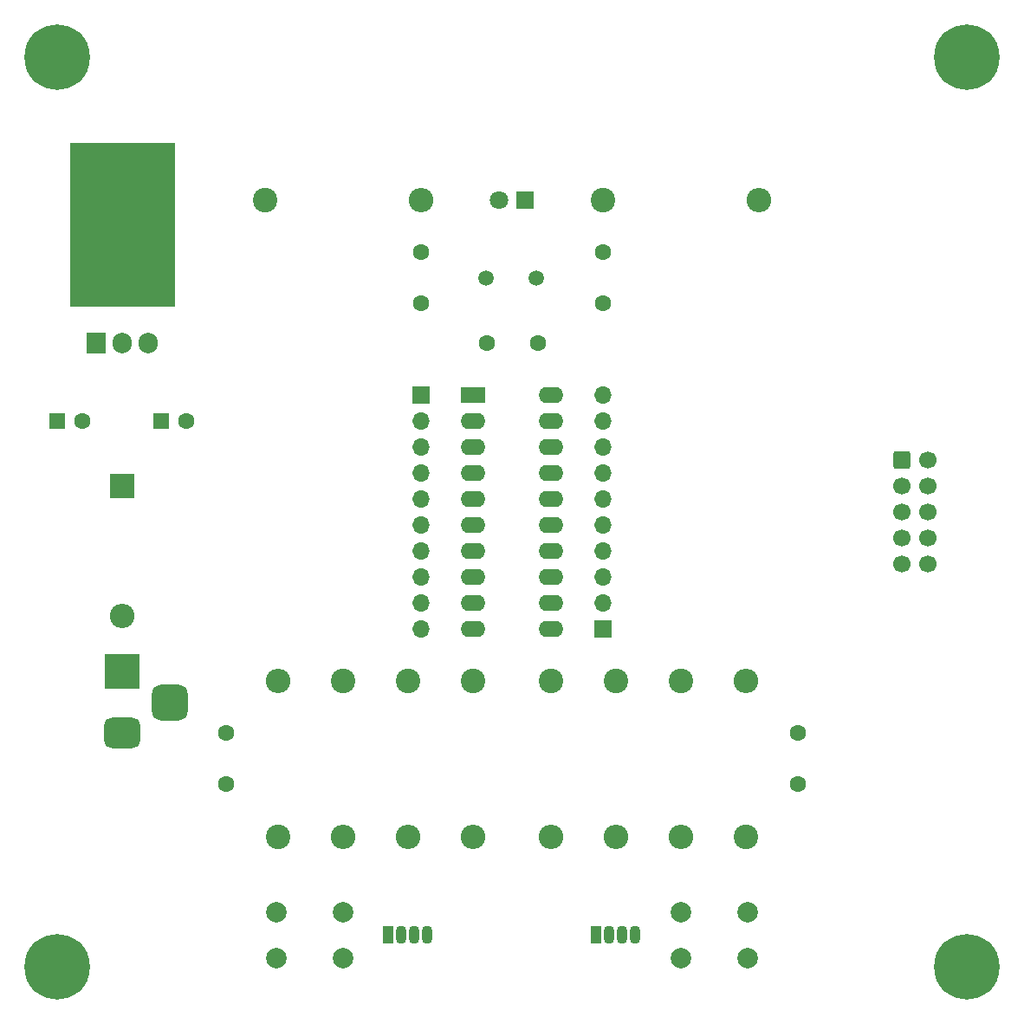
<source format=gts>
G04 #@! TF.GenerationSoftware,KiCad,Pcbnew,7.0.10*
G04 #@! TF.CreationDate,2024-02-15T20:22:10+01:00*
G04 #@! TF.ProjectId,at90s1200,61743930-7331-4323-9030-2e6b69636164,V1.0*
G04 #@! TF.SameCoordinates,Original*
G04 #@! TF.FileFunction,Soldermask,Top*
G04 #@! TF.FilePolarity,Negative*
%FSLAX46Y46*%
G04 Gerber Fmt 4.6, Leading zero omitted, Abs format (unit mm)*
G04 Created by KiCad (PCBNEW 7.0.10) date 2024-02-15 20:22:10*
%MOMM*%
%LPD*%
G01*
G04 APERTURE LIST*
G04 Aperture macros list*
%AMRoundRect*
0 Rectangle with rounded corners*
0 $1 Rounding radius*
0 $2 $3 $4 $5 $6 $7 $8 $9 X,Y pos of 4 corners*
0 Add a 4 corners polygon primitive as box body*
4,1,4,$2,$3,$4,$5,$6,$7,$8,$9,$2,$3,0*
0 Add four circle primitives for the rounded corners*
1,1,$1+$1,$2,$3*
1,1,$1+$1,$4,$5*
1,1,$1+$1,$6,$7*
1,1,$1+$1,$8,$9*
0 Add four rect primitives between the rounded corners*
20,1,$1+$1,$2,$3,$4,$5,0*
20,1,$1+$1,$4,$5,$6,$7,0*
20,1,$1+$1,$6,$7,$8,$9,0*
20,1,$1+$1,$8,$9,$2,$3,0*%
G04 Aperture macros list end*
%ADD10C,0.100000*%
%ADD11R,1.600000X1.600000*%
%ADD12C,1.600000*%
%ADD13R,2.400000X2.400000*%
%ADD14O,2.400000X2.400000*%
%ADD15RoundRect,0.250000X-0.600000X-0.600000X0.600000X-0.600000X0.600000X0.600000X-0.600000X0.600000X0*%
%ADD16C,1.700000*%
%ADD17R,3.500000X3.500000*%
%ADD18RoundRect,0.750000X1.000000X-0.750000X1.000000X0.750000X-1.000000X0.750000X-1.000000X-0.750000X0*%
%ADD19RoundRect,0.875000X0.875000X-0.875000X0.875000X0.875000X-0.875000X0.875000X-0.875000X-0.875000X0*%
%ADD20O,3.500000X3.500000*%
%ADD21R,1.905000X2.000000*%
%ADD22O,1.905000X2.000000*%
%ADD23C,1.500000*%
%ADD24R,2.400000X1.600000*%
%ADD25O,2.400000X1.600000*%
%ADD26C,0.800000*%
%ADD27C,6.400000*%
%ADD28R,1.700000X1.700000*%
%ADD29O,1.700000X1.700000*%
%ADD30R,1.800000X1.800000*%
%ADD31C,1.800000*%
%ADD32C,2.400000*%
%ADD33R,1.070000X1.800000*%
%ADD34O,1.070000X1.800000*%
%ADD35C,2.000000*%
G04 APERTURE END LIST*
D10*
X113030000Y-89027000D02*
X102870000Y-89027000D01*
X102870000Y-73152000D01*
X113030000Y-73152000D01*
X113030000Y-89027000D01*
G36*
X113030000Y-89027000D02*
G01*
X102870000Y-89027000D01*
X102870000Y-73152000D01*
X113030000Y-73152000D01*
X113030000Y-89027000D01*
G37*
D11*
X101600000Y-100330000D03*
D12*
X104100000Y-100330000D03*
X148590000Y-92710000D03*
X143590000Y-92710000D03*
D13*
X107950000Y-106680000D03*
D14*
X107950000Y-119380000D03*
D15*
X184150000Y-104140000D03*
D16*
X186690000Y-104140000D03*
X184150000Y-106680000D03*
X186690000Y-106680000D03*
X184150000Y-109220000D03*
X186690000Y-109220000D03*
X184150000Y-111760000D03*
X186690000Y-111760000D03*
X184150000Y-114300000D03*
X186690000Y-114300000D03*
D17*
X107950000Y-124810000D03*
D18*
X107950000Y-130810000D03*
D19*
X112650000Y-127810000D03*
D20*
X107950000Y-76050000D03*
D21*
X105410000Y-92710000D03*
D22*
X107950000Y-92710000D03*
X110490000Y-92710000D03*
D23*
X143510000Y-86360000D03*
X148390000Y-86360000D03*
D24*
X142240000Y-97790000D03*
D25*
X142240000Y-100330000D03*
X142240000Y-102870000D03*
X142240000Y-105410000D03*
X142240000Y-107950000D03*
X142240000Y-110490000D03*
X142240000Y-113030000D03*
X142240000Y-115570000D03*
X142240000Y-118110000D03*
X142240000Y-120650000D03*
X149860000Y-120650000D03*
X149860000Y-118110000D03*
X149860000Y-115570000D03*
X149860000Y-113030000D03*
X149860000Y-110490000D03*
X149860000Y-107950000D03*
X149860000Y-105410000D03*
X149860000Y-102870000D03*
X149860000Y-100330000D03*
X149860000Y-97790000D03*
D11*
X111760000Y-100330000D03*
D12*
X114260000Y-100330000D03*
D26*
X99200000Y-64770000D03*
X99902944Y-63072944D03*
X99902944Y-66467056D03*
X101600000Y-62370000D03*
D27*
X101600000Y-64770000D03*
D26*
X101600000Y-67170000D03*
X103297056Y-63072944D03*
X103297056Y-66467056D03*
X104000000Y-64770000D03*
X188100000Y-64770000D03*
X188802944Y-63072944D03*
X188802944Y-66467056D03*
X190500000Y-62370000D03*
D27*
X190500000Y-64770000D03*
D26*
X190500000Y-67170000D03*
X192197056Y-63072944D03*
X192197056Y-66467056D03*
X192900000Y-64770000D03*
X188100000Y-153670000D03*
X188802944Y-151972944D03*
X188802944Y-155367056D03*
X190500000Y-151270000D03*
D27*
X190500000Y-153670000D03*
D26*
X190500000Y-156070000D03*
X192197056Y-151972944D03*
X192197056Y-155367056D03*
X192900000Y-153670000D03*
X99200000Y-153670000D03*
X99902944Y-151972944D03*
X99902944Y-155367056D03*
X101600000Y-151270000D03*
D27*
X101600000Y-153670000D03*
D26*
X101600000Y-156070000D03*
X103297056Y-151972944D03*
X103297056Y-155367056D03*
X104000000Y-153670000D03*
D12*
X154940000Y-83820000D03*
X154940000Y-88820000D03*
X137160000Y-83820000D03*
X137160000Y-88820000D03*
D28*
X137160000Y-97790000D03*
D29*
X137160000Y-100330000D03*
X137160000Y-102870000D03*
X137160000Y-105410000D03*
X137160000Y-107950000D03*
X137160000Y-110490000D03*
X137160000Y-113030000D03*
X137160000Y-115570000D03*
X137160000Y-118110000D03*
X137160000Y-120650000D03*
D28*
X154940000Y-120650000D03*
D29*
X154940000Y-118110000D03*
X154940000Y-115570000D03*
X154940000Y-113030000D03*
X154940000Y-110490000D03*
X154940000Y-107950000D03*
X154940000Y-105410000D03*
X154940000Y-102870000D03*
X154940000Y-100330000D03*
X154940000Y-97790000D03*
D30*
X147320000Y-78740000D03*
D31*
X144780000Y-78740000D03*
D32*
X121920000Y-78740000D03*
D14*
X137160000Y-78740000D03*
D33*
X154305000Y-150495000D03*
D34*
X155575000Y-150495000D03*
X156845000Y-150495000D03*
X158115000Y-150495000D03*
D32*
X156210000Y-125730000D03*
D14*
X156210000Y-140970000D03*
D32*
X162560000Y-125730000D03*
D14*
X162560000Y-140970000D03*
D32*
X149860000Y-125730000D03*
D14*
X149860000Y-140970000D03*
D35*
X169060000Y-148336000D03*
X162560000Y-148336000D03*
X169060000Y-152836000D03*
X162560000Y-152836000D03*
D12*
X118110000Y-130810000D03*
X118110000Y-135810000D03*
X173990000Y-130810000D03*
X173990000Y-135810000D03*
D32*
X168910000Y-140970000D03*
D14*
X168910000Y-125730000D03*
D33*
X133985000Y-150495000D03*
D34*
X135255000Y-150495000D03*
X136525000Y-150495000D03*
X137795000Y-150495000D03*
D35*
X129540000Y-148336000D03*
X123040000Y-148336000D03*
X129540000Y-152836000D03*
X123040000Y-152836000D03*
D32*
X129540000Y-125730000D03*
D14*
X129540000Y-140970000D03*
D32*
X142240000Y-125730000D03*
D14*
X142240000Y-140970000D03*
D32*
X135890000Y-125730000D03*
D14*
X135890000Y-140970000D03*
D32*
X123190000Y-140970000D03*
D14*
X123190000Y-125730000D03*
D32*
X154940000Y-78740000D03*
D14*
X170180000Y-78740000D03*
M02*

</source>
